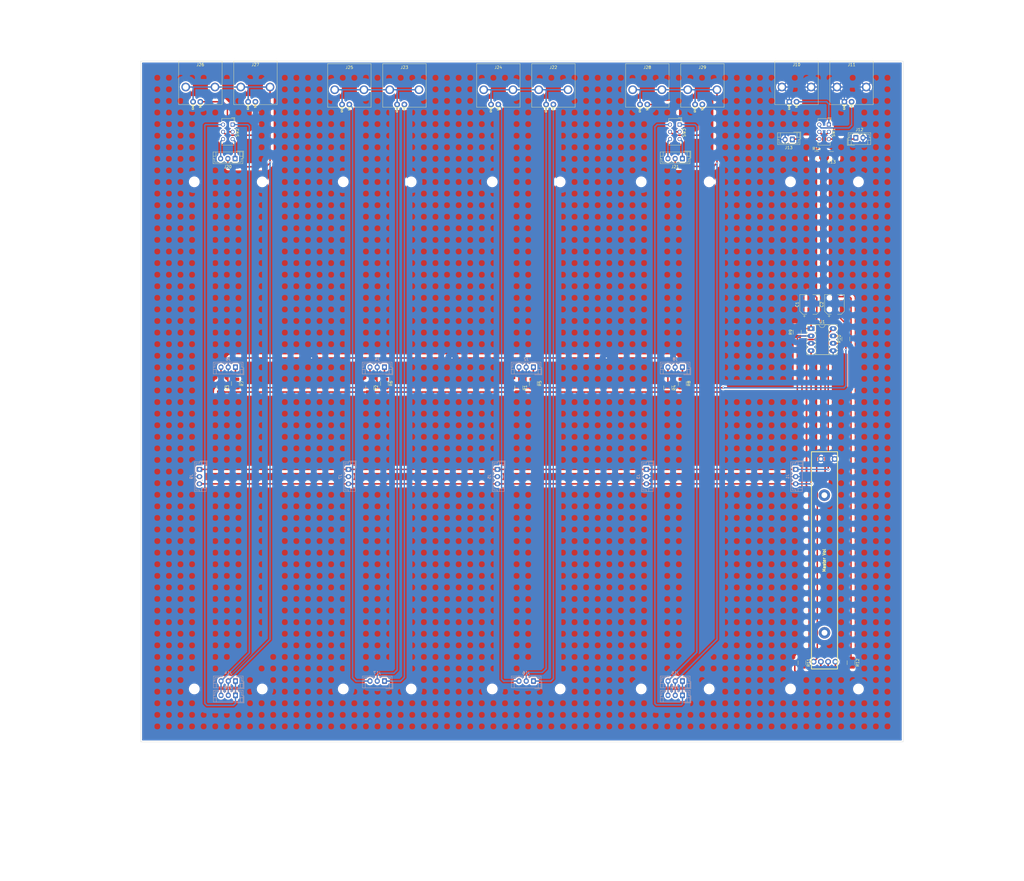
<source format=kicad_pcb>
(kicad_pcb (version 20211014) (generator pcbnew)
  (layers (0 "F.Cu" signal) (31 "B.Cu" signal) (34 "B.Paste" user) (35 "F.Paste" user) (36 "B.SilkS" user "B.Silkscreen") (37 "F.SilkS" user "F.Silkscreen") (38 "B.Mask" user) (39 "F.Mask" user) (44 "Edge.Cuts" user))
  (net 0 "")
  (net 1 "Net-(C1-Pad1)")
  (net 2 "Net-(C1-Pad2)")
  (net 3 "Net-(C2-Pad1)")
  (net 4 "Net-(C2-Pad2)")
  (net 5 "Net-(J1-Pad1)")
  (net 6 "GND")
  (net 7 "Net-(J1-Pad3)")
  (net 8 "R1")
  (net 9 "L1")
  (net 10 "R2")
  (net 11 "L2")
  (net 12 "R3")
  (net 13 "L3")
  (net 14 "R4")
  (net 15 "L4")
  (net 16 "Net-(J10-Pad1)")
  (net 17 "Net-(J11-Pad1)")
  (net 18 "Net-(J12-Pad1)")
  (net 19 "Net-(J13-Pad1)")
  (net 20 "Net-(J14-Pad1)")
  (net 21 "Net-(J14-Pad2)")
  (net 22 "Net-(J14-Pad3)")
  (net 23 "Net-(J15-Pad1)")
  (net 24 "Net-(J15-Pad2)")
  (net 25 "Net-(J15-Pad3)")
  (net 26 "Net-(J16-Pad1)")
  (net 27 "Net-(J16-Pad2)")
  (net 28 "Net-(J16-Pad3)")
  (net 29 "Net-(J17-Pad1)")
  (net 30 "Net-(J17-Pad2)")
  (net 31 "Net-(J17-Pad3)")
  (net 32 "Net-(J20-Pad1)")
  (net 33 "Net-(J20-Pad3)")
  (net 34 "Net-(J21-Pad1)")
  (net 35 "Net-(J21-Pad3)")
  (net 36 "Net-(J26-Pad1)")
  (net 37 "Net-(J27-Pad1)")
  (net 38 "Net-(J28-Pad1)")
  (net 39 "Net-(J29-Pad1)")
  (net 40 "Net-(R1-Pad2)")
  (net 41 "Net-(R10-Pad1)")
  (net 42 "Net-(R11-Pad2)")
  (net 43 "Net-(R12-Pad2)")
  (net 44 "Net-(R13-Pad2)")
  (net 45 "Net-(R14-Pad2)")
  (footprint "MountingHole:MountingHole_2.7mm_M2.5" (layer "F.Cu") (at 188.635 46.44)
    (fp_text reference "REF**" hide)
    (fp_text value "MountingHole_2.7mm_M2.5")
  )
  (footprint "MountingHole:MountingHole_2.7mm_M2.5" (layer "F.Cu") (at 57.825 46.45)
    (fp_text reference "REF**" hide)
    (fp_text value "MountingHole_2.7mm_M2.5")
  )
  (footprint "Capacitor_SMD:CP_Elec_6.3x5.4_Nichicon" (layer "F.Cu") (at 246.79 88.79 90)
    (fp_text reference "C1")
    (fp_text value "10Uf")
  )
  (footprint "Resistor_SMD:R_1210_3225Metric" (layer "F.Cu") (at 146.36 117.566876 -90)
    (fp_text reference "R1")
    (fp_text value "10K")
  )
  (footprint "Resistor_SMD:R_1210_3225Metric" (layer "F.Cu") (at 197.77 117.566876 -90)
    (fp_text reference "R4")
    (fp_text value "10K")
  )
  (footprint "MountingHole:MountingHole_2.7mm_M2.5" (layer "F.Cu") (at 137.215 221.56)
    (fp_text reference "REF**" hide)
    (fp_text value "MountingHole_2.7mm_M2.5")
  )
  (footprint "MountingHole:MountingHole_2.7mm_M2.5" (layer "F.Cu") (at 85.795 221.56)
    (fp_text reference "REF**" hide)
    (fp_text value "MountingHole_2.7mm_M2.5")
  )
  (footprint "MountingHole:MountingHole_2.7mm_M2.5" (layer "F.Cu") (at 188.635 221.56)
    (fp_text reference "REF**" hide)
    (fp_text value "MountingHole_2.7mm_M2.5")
  )
  (footprint "MountingHole:MountingHole_2.7mm_M2.5" (layer "F.Cu") (at 160.665 46.45)
    (fp_text reference "REF**" hide)
    (fp_text value "MountingHole_2.7mm_M2.5")
  )
  (footprint "MountingHole:MountingHole_2.7mm_M2.5" (layer "F.Cu") (at 109.245 46.45)
    (fp_text reference "REF**" hide)
    (fp_text value "MountingHole_2.7mm_M2.5")
  )
  (footprint "Capacitor_SMD:CP_Elec_6.3x5.4_Nichicon" (layer "F.Cu") (at 255.31 88.79 90)
    (fp_text reference "C2")
    (fp_text value "10Uf")
  )
  (footprint "Custom Library:RCA PANEL 2PIN FOOTPRINT" (layer "F.Cu") (at 190.719347 17.185083 -90)
    (fp_text reference "J28")
    (fp_text value "R_RCA")
  )
  (footprint "MountingHole:MountingHole_2.7mm_M2.5" (layer "F.Cu") (at 240.15 46.44)
    (fp_text reference "REF**" hide)
    (fp_text value "MountingHole_2.7mm_M2.5")
  )
  (footprint "Connector_JST:JST_EH_B2B-EH-A_1x02_P2.50mm_Vertical" (layer "F.Cu") (at 240.789347 31.826661 180)
    (fp_text reference "J13")
    (fp_text value "R_Amp")
  )
  (footprint "Resistor_SMD:R_1210_3225Metric" (layer "F.Cu") (at 254.329347 37.3 180)
    (fp_text reference "R13")
    (fp_text value "15K")
  )
  (footprint "MountingHole:MountingHole_2.7mm_M2.5" (layer "F.Cu") (at 263.6 46.45)
    (fp_text reference "REF**" hide)
    (fp_text value "MountingHole_2.7mm_M2.5")
  )
  (footprint "Resistor_SMD:R_1210_3225Metric" (layer "F.Cu") (at 249.149347 37.3)
    (fp_text reference "R14")
    (fp_text value "15K")
  )
  (footprint "MountingHole:MountingHole_2.7mm_M2.5" (layer "F.Cu") (at 34.375 46.44)
    (fp_text reference "REF**" hide)
    (fp_text value "MountingHole_2.7mm_M2.5")
  )
  (footprint "Custom Library:RCA PANEL 2PIN FOOTPRINT" (layer "F.Cu") (at 158.305 17.185083 -90)
    (fp_text reference "J22")
    (fp_text value "R_RCA")
  )
  (footprint "MountingHole:MountingHole_2.7mm_M2.5" (layer "F.Cu") (at 240.15 221.56)
    (fp_text reference "REF**" hide)
    (fp_text value "MountingHole_2.7mm_M2.5")
  )
  (footprint "Resistor_SMD:R_1210_3225Metric" (layer "F.Cu") (at 259.26 100.7 90)
    (fp_text reference "R10")
    (fp_text value "10K")
  )
  (footprint "Resistor_SMD:R_1210_3225Metric" (layer "F.Cu") (at 100 116.095999 -90)
    (fp_text reference "R6")
    (fp_text value "10K")
  )
  (footprint "MountingHole:MountingHole_2.7mm_M2.5" (layer "F.Cu") (at 109.245 221.57)
    (fp_text reference "REF**" hide)
    (fp_text value "MountingHole_2.7mm_M2.5")
  )
  (footprint "MountingHole:MountingHole_2.7mm_M2.5" (layer "F.Cu") (at 137.215 46.44)
    (fp_text reference "REF**" hide)
    (fp_text value "MountingHole_2.7mm_M2.5")
  )
  (footprint "Package_DIP:DIP-8_W7.62mm_Socket_LongPads" (layer "F.Cu") (at 247.25 97.12)
    (fp_text reference "U1")
    (fp_text value "NE5532")
  )
  (footprint "Custom Library:RCA PANEL 2PIN FOOTPRINT" (layer "F.Cu") (at 261.24 16.247941 -90)
    (fp_text reference "J11")
    (fp_text value "R_RCA")
  )
  (footprint "Connector_JST:JST_EH_B2B-EH-A_1x02_P2.50mm_Vertical" (layer "F.Cu") (at 262.689347 31.226661)
    (fp_text reference "J12")
    (fp_text value "L_Amp")
  )
  (footprint "Resistor_SMD:R_1210_3225Metric" (layer "F.Cu") (at 43.53 117.566876 -90)
    (fp_text reference "R3")
    (fp_text value "10K")
  )
  (footprint "MountingHole:MountingHole_2.7mm_M2.5" (layer "F.Cu") (at 85.795 46.44)
    (fp_text reference "REF**" hide)
    (fp_text value "MountingHole_2.7mm_M2.5")
  )
  (footprint "MountingHole:MountingHole_2.7mm_M2.5" (layer "F.Cu") (at 263.6 221.57)
    (fp_text reference "REF**" hide)
    (fp_text value "MountingHole_2.7mm_M2.5")
  )
  (footprint "Custom Library:RCA PANEL 2PIN FOOTPRINT" (layer "F.Cu") (at 55.465 16.247941 -90)
    (fp_text reference "J27")
    (fp_text value "R_RCA")
  )
  (footprint "Custom Library:RCA PANEL 2PIN FOOTPRINT" (layer "F.Cu") (at 139.303694 17.185083 -90)
    (fp_text reference "J24")
    (fp_text value "R_RCA")
  )
  (footprint "MountingHole:MountingHole_2.7mm_M2.5" (layer "F.Cu") (at 57.825 221.57)
    (fp_text reference "REF**" hide)
    (fp_text value "MountingHole_2.7mm_M2.5")
  )
  (footprint "Custom Library:RCA PANEL 2PIN FOOTPRINT" (layer "F.Cu") (at 209.720653 17.185083 -90)
    (fp_text reference "J29")
    (fp_text value "R_RCA")
  )
  (footprint "MountingHole:MountingHole_2.7mm_M2.5" (layer "F.Cu") (at 212.085 46.45)
    (fp_text reference "REF**" hide)
    (fp_text value "MountingHole_2.7mm_M2.5")
  )
  (footprint "Button_Switch_THT:SW_CuK_JS202011CQN_DPDT_Straight" (layer "F.Cu") (at 47.614347 26.676661 -90)
    (fp_text reference "SW2")
    (fp_text value "IN3 SW")
  )
  (footprint "Resistor_SMD:R_1210_3225Metric" (layer "F.Cu") (at 244.11 212.500692 -90)
    (fp_text reference "R11")
    (fp_text value "100")
  )
  (footprint "Button_Switch_THT:SW_CuK_JS202011CQN_DPDT_Straight" (layer "F.Cu") (at 253.389347 26.676661 -90)
    (fp_text reference "SW1")
    (fp_text value "SW_DPDT_x2")
  )
  (footprint "Resistor_SMD:R_1210_3225Metric" (layer "F.Cu") (at 202.83 116.095999 -90)
    (fp_text reference "R8")
    (fp_text value "10K")
  )
  (footprint "Custom Library:RCA PANEL 2PIN FOOTPRINT" (layer "F.Cu") (at 106.885 17.185083 -90)
    (fp_text reference "J23")
    (fp_text value "R_RCA")
  )
  (footprint "Button_Switch_THT:SW_CuK_JS202011CQN_DPDT_Straight" (layer "F.Cu") (at 201.87 26.676661 -90)
    (fp_text reference "SW3")
    (fp_text value "IN4 SW")
  )
  (footprint "Custom Library:RCA PANEL 2PIN FOOTPRINT" (layer "F.Cu") (at 87.883694 17.185083 -90)
    (fp_text reference "J25")
    (fp_text value "R_RCA")
  )
  (footprint "Connector_JST:JST_EH_B3B-EH-A_1x03_P2.50mm_Vertical" (layer "F.Cu") (at 48.464347 38.429105 180)
    (fp_text reference "J20")
    (fp_text value "Phono out1")
  )
  (footprint "MountingHole:MountingHole_2.7mm_M2.5" (layer "F.Cu") (at 34.375 221.56)
    (fp_text reference "REF**" hide)
    (fp_text value "MountingHole_2.7mm_M2.5")
  )
  (footprint "Custom Library:ALPS RS60112" (layer "F.Cu") (at 251.88 177.155692)
    (fp_text reference "RV1" hide)
    (fp_text value "Master Vol")
  )
  (footprint "Resistor_SMD:R_1210_3225Metric" (layer "F.Cu") (at 151.39 116.095999 -90)
    (fp_text reference "R5")
    (fp_text value "10K")
  )
  (footprint "MountingHole:MountingHole_2.7mm_M2.5" (layer "F.Cu") (at 212.085 221.57)
    (fp_text reference "REF**" hide)
    (fp_text value "MountingHole_2.7mm_M2.5")
  )
  (footprint "Resistor_SMD:R_1210_3225Metric" (layer "F.Cu") (at 261.04 212.49 -90)
    (fp_text reference "R12")
    (fp_text value "100")
  )
  (footprint "Connector_JST:JST_EH_B3B-EH-A_1x03_P2.50mm_Vertical" (layer "F.Cu") (at 202.84 38.429105 180)
    (fp_text reference "J21")
    (fp_text value "Phono out2")
  )
  (footprint "Custom Library:RCA PANEL 2PIN FOOTPRINT" (layer "F.Cu") (at 36.463694 16.247941 -90)
    (fp_text reference "J26")
    (fp_text value "R_RCA")
  )
  (footprint "Resistor_SMD:R_1210_3225Metric" (layer "F.Cu") (at 94.94 117.566876 -90)
    (fp_text reference "R2")
    (fp_text value "10K")
  )
  (footprint "Custom Library:RCA PANEL 2PIN FOOTPRINT" (layer "F.Cu") (at 242.238694 16.247941 -90)
    (fp_text reference "J10")
    (fp_text value "L_RCA")
  )
  (footprint "MountingHole:MountingHole_2.7mm_M2.5" (layer "F.Cu") (at 160.665 221.57)
    (fp_text reference "REF**" hide)
    (fp_text value "MountingHole_2.7mm_M2.5")
  )
  (footprint "Resistor_SMD:R_1210_3225Metric" (layer "F.Cu") (at 242.48 98.37 90)
    (fp_text reference "R9")
    (fp_text value "10K")
  )
  (footprint "Resistor_SMD:R_1210_3225Metric" (layer "F.Cu") (at 48.57 116.095999 -90)
    (fp_text reference "R7")
    (fp_text value "10K")
  )
  (footprint "Connector_JST:JST_EH_B3B-EH-A_1x03_P2.50mm_Vertical" (layer "B.Cu") (at 202.865 218.84 180)
    (fp_text reference "J15")
    (fp_text value "IN4")
  )
  (footprint "Connector_JST:JST_EH_B3B-EH-A_1x03_P2.50mm_Vertical" (layer "B.Cu") (at 241.94 145.74 -90)
    (fp_text reference "J1")
    (fp_text value "Power mix")
  )
  (footprint "Connector_JST:JST_EH_B3B-EH-A_1x03_P2.50mm_Vertical" (layer "B.Cu") (at 48.605 223.77 180)
    (fp_text reference "J18")
    (fp_text value "Phono In1")
  )
  (footprint "Connector_JST:JST_EH_B3B-EH-A_1x03_P2.50mm_Vertical" (layer "B.Cu") (at 190.425 145.74 -90)
    (fp_text reference "J3")
    (fp_text value "Power1")
  )
  (footprint "Connector_JST:JST_EH_B3B-EH-A_1x03_P2.50mm_Vertical" (layer "B.Cu") (at 151.445 218.84 180)
    (fp_text reference "J16")
    (fp_text value "IN1")
  )
  (footprint "Connector_JST:JST_EH_B3B-EH-A_1x03_P2.50mm_Vertical" (layer "B.Cu") (at 100.005 110.45187 180)
    (fp_text reference "J4")
    (fp_text value "OUT2")
  )
  (footprint "Connector_JST:JST_EH_B3B-EH-A_1x03_P2.50mm_Vertical" (layer "B.Cu") (at 151.425 110.45187 180)
    (fp_text reference "J2")
    (fp_text value "OUT1")
  )
  (footprint "Connector_JST:JST_EH_B3B-EH-A_1x03_P2.50mm_Vertical" (layer "B.Cu") (at 100.025 218.84 180)
    (fp_text reference "J17")
    (fp_text value "IN2")
  )
  (footprint "Connector_JST:JST_EH_B3B-EH-A_1x03_P2.50mm_Vertical" (layer "B.Cu") (at 87.585 145.74 -90)
    (fp_text reference "J7")
    (fp_text value "Power3")
  )
  (footprint "Connector_JST:JST_EH_B3B-EH-A_1x03_P2.50mm_Vertical" (layer "B.Cu") (at 202.865 223.77 180)
    (fp_text reference "J19")
    (fp_text value "Phono In2")
  )
  (footprint "Connector_JST:JST_EH_B3B-EH-A_1x03_P2.50mm_Vertical" (layer "B.Cu") (at 139.005 145.74 -90)
    (fp_text reference "J5")
    (fp_text value "Power2")
  )
  (footprint "Connector_JST:JST_EH_B3B-EH-A_1x03_P2.50mm_Vertical" (layer "B.Cu") (at 36.165 145.74 -90)
    (fp_text reference "J9")
    (fp_text value "Power4")
  )
  (footprint "Connector_JST:JST_EH_B3B-EH-A_1x03_P2.50mm_Vertical" (layer "B.Cu") (at 48.605 218.84 180)
    (fp_text reference "J14")
    (fp_text value "IN3")
  )
  (footprint "Connector_JST:JST_EH_B3B-EH-A_1x03_P2.50mm_Vertical" (layer "B.Cu") (at 48.585 110.45187 180)
    (fp_text reference "J6")
    (fp_text value "OUT3")
  )
  (footprint "Connector_JST:JST_EH_B3B-EH-A_1x03_P2.50mm_Vertical" (layer "B.Cu") (at 202.84 110.45 180)
    (fp_text reference "J8")
    (fp_text value "OUT4")
  )
  (gr_rect (start 279.04 4.74) (end 15.85 239.86) (layer "Edge.Cuts") (width 0.1) (fill none))
  (segment (start 246.79 91.49) (end 247.25 91.95) (width 0.508) (layer "F.Cu") (net 1))
  (segment (start 247.25 97.12) (end 242.6925 97.12) (width 0.508) (layer "F.Cu") (net 1))
  (segment (start 242.6925 97.12) (end 242.48 96.9075) (width 0.508) (layer "F.Cu") (net 1))
  (segment (start 247.25 91.95) (end 247.25 97.12) (width 0.508) (layer "F.Cu") (net 1))
  (segment (start 248.43648 100.91352) (end 249.22 100.13) (width 0.508) (layer "F.Cu") (net 2))
  (segment (start 246.84 86.04) (end 246.79 86.09) (width 0.508) (layer "F.Cu") (net 2))
  (segment (start 249.22 100.13) (end 249.22 86.44) (width 0.508) (layer "F.Cu") (net 2))
  (segment (start 244.11 101.68) (end 244.87648 100.91352) (width 0.508) (layer "F.Cu") (net 2))
  (segment (start 244.87648 100.91352) (end 248.43648 100.91352) (width 0.508) (layer "F.Cu") (net 2))
  (segment (start 244.11 211.038192) (end 244.11 101.68) (width 0.508) (layer "F.Cu") (net 2))
  (segment (start 249.22 86.44) (end 248.82 86.04) (width 0.508) (layer "F.Cu") (net 2))
  (segment (start 248.82 86.04) (end 246.84 86.04) (width 0.508) (layer "F.Cu") (net 2))
  (segment (start 258.8375 99.66) (end 259.26 99.2375) (width 0.508) (layer "F.Cu") (net 3))
  (segment (start 254.87 99.66) (end 258.8375 99.66) (width 0.508) (layer "F.Cu") (net 3))
  (segment (start 259.26 99.2375) (end 259.26 95.44) (width 0.508) (layer "F.Cu") (net 3))
  (segment (start 256.52352 92.70352) (end 255.31 91.49) (width 0.508) (layer "F.Cu") (net 3))
  (segment (start 259.26 95.44) (end 255.31 91.49) (width 0.508) (layer "F.Cu") (net 3))
  (segment (start 261.03852 86.67852) (end 261.03852 211.02602) (width 0.508) (layer "F.Cu") (net 4))
  (segment (start 255.31 86.09) (end 260.45 86.09) (width 0.508) (layer "F.Cu") (net 4))
  (segment (start 261.03852 211.02602) (end 261.04 211.0275) (width 0.508) (layer "F.Cu") (net 4))
  (segment (start 260.45 86.09) (end 261.03852 86.67852) (width 0.508) (layer "F.Cu") (net 4))
  (segment (start 254.87 97.12) (end 253.16 98.83) (width 0.508) (layer "F.Cu") (net 5))
  (segment (start 139.005 145.74) (end 190.425 145.74) (width 0.508) (layer "F.Cu") (net 5))
  (segment (start 36.165 145.74) (end 87.585 145.74) (width 0.508) (layer "F.Cu") (net 5))
  (segment (start 190.425 145.74) (end 240.51148 145.74) (width 0.508) (layer "F.Cu") (net 5))
  (segment (start 253.16 98.83) (end 253.16 145.75) (width 0.508) (layer "F.Cu") (net 5))
  (segment (start 139.005 145.74) (end 87.585 145.74) (width 0.508) (layer "F.Cu") (net 5))
  (via (at 253.16 145.75) (size 0.8) (drill 0.4) (layers "F.Cu" "B.Cu") (net 5))
  (segment (start 253.16 145.75) (end 241.95 145.75) (width 0.508) (layer "B.Cu") (net 5))
  (segment (start 241.95 145.75) (end 241.94 145.74) (width 0.508) (layer "B.Cu") (net 5))
  (segment (start 47.02 107.28) (end 46.085 108.215) (width 0.508) (layer "F.Cu") (net 6))
  (segment (start 200.34 107.78) (end 199.84 107.28) (width 0.508) (layer "F.Cu") (net 6))
  (segment (start 74.85 107.28) (end 47.02 107.28) (width 0.508) (layer "F.Cu") (net 6))
  (segment (start 176.61 107.28) (end 148.99 107.28) (width 0.508) (layer "F.Cu") (net 6))
  (segment (start 200.34 110.45) (end 200.34 107.78) (width 0.508) (layer "F.Cu") (net 6))
  (segment (start 46.085 108.215) (end 46.085 110.45187) (width 0.508) (layer "F.Cu") (net 6))
  (segment (start 97.51 107.28) (end 74.85 107.28) (width 0.508) (layer "F.Cu") (net 6))
  (segment (start 123.31 107.28) (end 97.51 107.28) (width 0.508) (layer "F.Cu") (net 6))
  (segment (start 148.925 110.45187) (end 148.925 107.345) (width 0.508) (layer "F.Cu") (net 6))
  (segment (start 199.84 107.28) (end 176.61 107.28) (width 0.508) (layer "F.Cu") (net 6))
  (segment (start 148.925 107.345) (end 148.99 107.28) (width 0.508) (layer "F.Cu") (net 6))
  (segment (start 97.505 107.285) (end 97.51 107.28) (width 0.508) (layer "F.Cu") (net 6))
  (segment (start 148.99 107.28) (end 123.31 107.28) (width 0.508) (layer "F.Cu") (net 6))
  (segment (start 97.505 110.45187) (end 97.505 107.285) (width 0.508) (layer "F.Cu") (net 6))
  (via (at 123.31 107.28) (size 0.8) (drill 0.4) (layers "F.Cu" "B.Cu") (net 6))
  (via (at 176.61 107.28) (size 0.8) (drill 0.4) (layers "F.Cu" "B.Cu") (net 6))
  (via (at 74.85 107.28) (size 0.8) (drill 0.4) (layers "F.Cu" "B.Cu") (net 6))
  (segment (start 266.29 13.697941) (end 258.547941 13.697941) (width 0.508) (layer "B.Cu") (net 6))
  (segment (start 258.547941 13.697941) (end 239.592059 13.697941) (width 0.508) (layer "B.Cu") (net 6))
  (segment (start 239.738694 18.797941) (end 239.738694 13.844576) (width 0.508) (layer "B.Cu") (net 6))
  (segment (start 239.738694 13.844576) (end 239.592059 13.697941) (width 0.508) (layer "B.Cu") (net 6))
  (segment (start 239.592059 13.697941) (end 237.188694 13.697941) (width 0.508) (layer "B.Cu") (net 6))
  (segment (start 258.74 18.797941) (end 258.74 13.89) (width 0.508) (layer "B.Cu") (net 6))
  (segment (start 258.74 13.89) (end 258.547941 13.697941) (width 0.508) (layer "B.Cu") (net 6))
  (segment (start 241.94 150.74) (end 36.165 150.74) (width 0.508) (layer "F.Cu") (net 7))
  (segment (start 247.25 104.74) (end 247.25 150.73) (width 0.508) (layer "F.Cu") (net 7))
  (via (at 247.25 150.73) (size 0.8) (drill 0.4) (layers "F.Cu" "B.Cu") (net 7))
  (segment (start 247.24 150.74) (end 241.94 150.74) (width 0.508) (layer "B.Cu") (net 7))
  (segment (start 247.25 150.73) (end 247.24 150.74) (width 0.508) (layer "B.Cu") (net 7))
  (segment (start 151.39 110.48687) (end 151.425 110.45187) (width 0.508) (layer "F.Cu") (net 8))
  (segment (start 151.39 114.633499) (end 151.39 110.48687) (width 0.508) (layer "F.Cu") (net 8))
  (segment (start 146.36 116.104376) (end 146.425 116.039376) (width 0.508) (layer "F.Cu") (net 9))
  (segment (start 146.425 116.039376) (end 146.425 110.45187) (width 0.508) (layer "F.Cu") (net 9))
  (segment (start 100 114.633499) (end 100 110.45687) (width 0.508) (layer "F.Cu") (net 10))
  (segment (start 100 110.45687) (end 100.005 110.45187) (width 0.508) (layer "F.Cu") (net 10))
  (segment (start 95.005 116.039376) (end 95.005 110.45187) (width 0.508) (layer "F.Cu") (net 11))
  (segment (start 94.94 116.104376) (end 95.005 116.039376) (width 0.508) (layer "F.Cu") (net 11))
  (segment (start 48.57 110.46687) (end 48.585 110.45187) (width 0.508) (layer "F.Cu") (net 12))
  (segment (start 48.57 114.633499) (end 48.57 110.46687) (width 0.508) (layer "F.Cu") (net 12))
  (segment (start 43.585 116.049376) (end 43.585 110.45187) (width 0.508) (layer "F.Cu") (net 13))
  (segment (start 43.53 116.104376) (end 43.585 116.049376) (width 0.508) (layer "F.Cu") (net 13))
  (segment (start 202.84 110.45) (end 202.84 114.623499) (width 0.508) (layer "F.Cu") (net 14))
  (segment (start 202.84 114.623499) (end 202.83 114.633499) (width 0.508) (layer "F.Cu") (net 14))
  (segment (start 197.84 116.034376) (end 197.84 110.45) (width 0.508) (layer "F.Cu") (net 15))
  (segment (start 197.77 116.104376) (end 197.84 116.034376) (width 0.508) (layer "F.Cu") (net 15))
  (segment (start 252.597941 18.797941) (end 253.389347 19.589347) (width 0.508) (layer "B.Cu") (net 16))
  (segment (start 253.389347 19.589347) (end 253.389347 26.676661) (width 0.508) (layer "B.Cu") (net 16))
  (segment (start 242.238694 18.797941) (end 252.597941 18.797941) (width 0.508) (layer "B.Cu") (net 16))
  (segment (start 261.24 26.87) (end 260.279828 27.830172) (width 0.508) (layer "B.Cu") (net 17))
  (segment (start 260.279828 27.830172) (end 250.710172 27.830172) (width 0.508) (layer "B.Cu") (net 17))
  (segment (start 250.710172 27.830172) (end 250.089347 27.209347) (width 0.508) (layer "B.Cu") (net 17))
  (segment (start 261.24 18.797941) (end 261.24 26.87) (width 0.508) (layer "B.Cu") (net 17))
  (segment (start 250.089347 27.209347) (end 250.089347 26.676661) (width 0.508) (layer "B.Cu") (net 17))
  (segment (start 262.239347 31.676661) (end 253.389347 31.676661) (width 0.508) (layer "F.Cu") (net 18))
  (segment (start 262.689347 31.226661) (end 262.239347 31.676661) (width 0.508) (layer "F.Cu") (net 18))
  (segment (start 240.789347 31.826661) (end 240.939347 31.676661) (width 0.508) (layer "F.Cu") (net 19))
  (segment (start 240.939347 31.676661) (end 250.089347 31.676661) (width 0.508) (layer "F.Cu") (net 19))
  (segment (start 44.314347 26.676661) (end 38.263339 26.676661) (width 0.508) (layer "B.Cu") (net 20))
  (segment (start 47.9 227.22) (end 48.605 226.515) (width 0.508) (layer "B.Cu") (net 20))
  (segment (start 48.605 223.77) (end 48.605 218.84) (width 0.508) (layer "B.Cu") (net 20))
  (segment (start 38.02 226.51) (end 38.73 227.22) (width 0.508) (layer "B.Cu") (net 20))
  (segment (start 48.605 226.515) (end 48.605 223.77) (width 0.508) (layer "B.Cu") (net 20))
  (segment (start 38.73 227.22) (end 47.9 227.22) (width 0.508) (layer "B.Cu") (net 20))
  (segment (start 38.263339 26.676661) (end 38.02 26.92) (width 0.508) (layer "B.Cu") (net 20))
  (segment (start 38.02 213.99) (end 38.02 226.51) (width 0.508) (layer "B.Cu") (net 20))
  (segment (start 38.02 26.92) (end 38.02 213.99) (width 0.508) (layer "B.Cu") (net 20))
  (segment (start 60.515 39.935) (end 60.515 39.555) (width 0.508) (layer "F.Cu") (net 21))
  (segment (start 46.27 41.25) (end 59.2 41.25) (width 0.508) (layer "F.Cu") (net 21))
  (segment (start 45.964347 40.944347) (end 46.27 41.25) (width 0.508) (layer "F.Cu") (net 21))
  (segment (start 60.515 39.555) (end 60.515 13.697941) (width 0.508) (layer "F.Cu") (net 21))
  (segment (start 59.2 41.25) (end 60.515 39.935) (width 0.508) (layer "F.Cu") (net 21))
  (segment (start 45.964347 38.429105) (end 45.964347 40.944347) (width 0.508) (layer "F.Cu") (net 21))
  (via (at 60.515 39.555) (size 0.8) (drill 0.4) (layers "F.Cu" "B.Cu") (net 21))
  (segment (start 52.965 13.965) (end 52.697941 13.697941) (width 0.508) (layer "B.Cu") (net 21))
  (segment (start 33.963694 18.797941) (end 33.963694 13.746306) (width 0.508) (layer "B.Cu") (net 21))
  (segment (start 60.515 39.555) (end 60.515 204.465) (width 0.508) (layer "B.Cu") (net 21))
  (segment (start 33.963694 13.746306) (end 34.012059 13.697941) (width 0.508) (layer "B.Cu") (net 21))
  (segment (start 34.012059 13.697941) (end 31.413694 13.697941) (width 0.508) (layer "B.Cu") (net 21))
  (segment (start 60.515 13.697941) (end 52.697941 13.697941) (width 0.508) (layer "B.Cu") (net 21))
  (segment (start 47.53352 217.41148) (end 47.56852 217.41148) (width 0.508) (layer "B.Cu") (net 21))
  (segment (start 52.697941 13.697941) (end 34.012059 13.697941) (width 0.508) (layer "B.Cu") (net 21))
  (segment (start 47.56852 217.41148) (end 60.515 204.465) (width 0.508) (layer "B.Cu") (net 21))
  (segment (start 46.105 223.77) (end 46.105 218.84) (width 0.508) (layer "B.Cu") (net 21))
  (segment (start 52.965 18.797941) (end 52.965 13.965) (width 0.508) (layer "B.Cu") (net 21))
  (segment (start 46.105 218.84) (end 47.53352 217.41148) (width 0.508) (layer "B.Cu") (net 21))
  (segment (start 43.61 218.84) (end 53.38 209.07) (width 0.508) (layer "B.Cu") (net 22))
  (segment (start 53.38 27.23) (end 53.38 209.07) (width 0.508) (layer "B.Cu") (net 22))
  (segment (start 43.605 223.77) (end 43.605 218.84) (width 0.508) (layer "B.Cu") (net 22))
  (segment (start 43.605 218.84) (end 43.61 218.84) (width 0.508) (layer "B.Cu") (net 22))
  (segment (start 52.826661 26.676661) (end 53.38 27.23) (width 0.508) (layer "B.Cu") (net 22))
  (segment (start 47.614347 26.676661) (end 52.826661 26.676661) (width 0.508) (layer "B.Cu") (net 22))
  (segment (start 193.35 226.58) (end 193.86 227.09) (width 0.508) (layer "B.Cu") (net 23))
  (segment (start 198.71 26.676661) (end 194.153339 26.676661) (width 0.508) (layer "B.Cu") (net 23))
  (segment (start 193.86 227.09) (end 202.46 227.09) (width 0.508) (layer "B.Cu") (net 23))
  (segment (start 193.35 27.48) (end 193.35 226.58) (width 0.508) (layer "B.Cu") (net 23))
  (segment (start 202.865 226.685) (end 202.865 223.77) (width 0.508) (layer "B.Cu") (net 23))
  (segment (start 202.46 227.09) (end 202.865 226.685) (width 0.508) (layer "B.Cu") (net 23))
  (segment (start 202.865 223.77) (end 202.865 218.84) (width 0.508) (layer "B.Cu") (net 23))
  (segment (start 194.153339 26.676661) (end 193.35 27.48) (width 0.508) (layer "B.Cu") (net 23))
  (segment (start 200.34 38.429105) (end 200.34 40.85) (width 0.508) (layer "F.Cu") (net 24))
  (segment (start 213.64 41.11) (end 214.775 39.975) (width 0.508) (layer "F.Cu") (net 24))
  (segment (start 200.6 41.11) (end 213.64 41.11) (width 0.508) (layer "F.Cu") (net 24))
  (segment (start 200.34 40.85) (end 200.6 41.11) (width 0.508) (layer "F.Cu") (net 24))
  (segment (start 214.775 39.975) (end 214.775 14.635083) (width 0.508) (layer "F.Cu") (net 24))
  (via (at 214.775 39.975) (size 0.8) (drill 0.4) (layers "F.Cu" "B.Cu") (net 24))
  (segment (start 188.115083 14.635083) (end 185.673694 14.635083) (width 0.508) (layer "B.Cu") (net 24))
  (segment (start 207.225 14.635166) (end 207.224917 14.635083) (width 0.508) (layer "B.Cu") (net 24))
  (segment (start 214.775 14.635083) (end 207.224917 14.635083) (width 0.508) (layer "B.Cu") (net 24))
  (segment (start 188.223694 19.735083) (end 188.223694 14.743694) (width 0.508) (layer "B.Cu") (net 24))
  (segment (start 207.224917 14.635083) (end 188.115083 14.635083) (width 0.508) (layer "B.Cu") (net 24))
  (segment (start 207.225 19.735083) (end 207.225 14.635166) (width 0.508) (layer "B.Cu") (net 24))
  (segment (start 214.775 204.43) (end 200.365 218.84) (width 0.508) (layer "B.Cu") (net 24))
  (segment (start 188.223694 14.743694) (end 188.115083 14.635083) (width 0.508) (layer "B.Cu") (net 24))
  (segment (start 200.365 223.77) (end 200.365 218.84) (width 0.508) (layer "B.Cu") (net 24))
  (segment (start 214.775 39.975) (end 214.775 204.43) (width 0.508) (layer "B.Cu") (net 24))
  (segment (start 202.01 26.676661) (end 207.146661 26.676661) (width 0.508) (layer "B.Cu") (net 25))
  (segment (start 197.865 223.77) (end 197.865 218.84) (width 0.508) (layer "B.Cu") (net 25))
  (segment (start 207.146661 26.676661) (end 207.83 27.36) (width 0.508) (layer "B.Cu") (net 25))
  (segment (start 207.83 208.875) (end 197.865 218.84) (width 0.508) (layer "B.Cu") (net 25))
  (segment (start 207.83 27.36) (end 207.83 208.875) (width 0.508) (layer "B.Cu") (net 25))
  (segment (start 158.305 19.735083) (end 158.305 217.995) (width 0.508) (layer "B.Cu") (net 26))
  (segment (start 157.46 218.84) (end 151.445 218.84) (width 0.508) (layer "B.Cu") (net 26))
  (segment (start 158.305 217.995) (end 157.46 218.84) (width 0.508) (layer "B.Cu") (net 26))
  (segment (start 136.595083 14.635083) (end 156.004917 14.635083) (width 0.508) (layer "B.Cu") (net 27))
  (segment (start 155.805 19.735083) (end 155.805 214.535) (width 0.508) (layer "B.Cu") (net 27))
  (segment (start 154.47 215.87) (end 149.83 215.87) (width 0.508) (layer "B.Cu") (net 27))
  (segment (start 134.253694 14.635083) (end 136.595083 14.635083) (width 0.508) (layer "B.Cu") (net 27))
  (segment (start 155.805 19.735083) (end 155.805 14.835) (width 0.508) (layer "B.Cu") (net 27))
  (segment (start 149.83 215.87) (end 148.945 216.755) (width 0.508) (layer "B.Cu") (net 27))
  (segment (start 136.803694 19.735083) (end 136.803694 14.843694) (width 0.508) (layer "B.Cu") (net 27))
  (segment (start 155.805 214.535) (end 154.47 215.87) (width 0.508) (layer "B.Cu") (net 27))
  (segment (start 136.803694 14.843694) (end 136.595083 14.635083) (width 0.508) (layer "B.Cu") (net 27))
  (segment (start 148.945 216.755) (end 148.945 218.84) (width 0.508) (layer "B.Cu") (net 27))
  (segment (start 155.805 14.835) (end 156.004917 14.635083) (width 0.508) (layer "B.Cu") (net 27))
  (segment (start 156.004917 14.635083) (end 163.355 14.635083) (width 0.508) (layer "B.Cu") (net 27))
  (segment (start 141.21 218.84) (end 146.445 218.84) (width 0.508) (layer "B.Cu") (net 28))
  (segment (start 140.43352 20.864909) (end 140.43352 218.16352) (width 0.508) (layer "B.Cu") (net 28))
  (segment (start 140.43352 218.16352) (end 141.16 218.89) (width 0.508) (layer "B.Cu") (net 28))
  (segment (start 139.303694 19.735083) (end 140.43352 20.864909) (width 0.508) (layer "B.Cu") (net 28))
  (segment (start 141.16 218.89) (end 141.21 218.84) (width 0.508) (layer "B.Cu") (net 28))
  (segment (start 106.885 19.735083) (end 106.885 217.515) (width 0.508) (layer "B.Cu") (net 29))
  (segment (start 106.885 217.515) (end 105.56 218.84) (width 0.508) (layer "B.Cu") (net 29))
  (segment (start 105.56 218.84) (end 100.025 218.84) (width 0.508) (layer "B.Cu") (net 29))
  (segment (start 104.385 215.015) (end 103.28 216.12) (width 0.508) (layer "B.Cu") (net 30))
  (segment (start 104.385 19.735083) (end 104.385 14.785166) (width 0.508) (layer "B.Cu") (net 30))
  (segment (start 104.385 14.785166) (end 104.234917 14.635083) (width 0.508) (layer "B.Cu") (net 30))
  (segment (start 97.525 216.825) (end 97.525 218.84) (width 0.508) (layer "B.Cu") (net 30))
  (segment (start 104.385 19.735083) (end 104.385 215.015) (width 0.508) (layer "B.Cu") (net 30))
  (segment (start 85.355083 14.635083) (end 104.234917 14.635083) (width 0.508) (layer "B.Cu") (net 30))
  (segment (start 82.833694 14.635083) (end 85.355083 14.635083) (width 0.508) (layer "B.Cu") (net 30))
  (segment (start 85.383694 14.663694) (end 85.355083 14.635083) (width 0.508) (layer "B.Cu") (net 30))
  (segment (start 103.28 216.12) (end 98.23 216.12) (width 0.508) (layer "B.Cu") (net 30))
  (segment (start 104.234917 14.635083) (end 111.935 14.635083) (width 0.508) (layer "B.Cu") (net 30))
  (segment (start 85.383694 19.735083) (end 85.383694 14.663694) (width 0.508) (layer "B.Cu") (net 30))
  (segment (start 98.23 216.12) (end 97.525 216.825) (width 0.508) (layer "B.Cu") (net 30))
  (segment (start 89.01352 217.67352) (end 90.18 218.84) (width 0.508) (layer "B.Cu") (net 31))
  (segment (start 87.883694 19.735083) (end 89.01352 20.864909) (width 0.508) (layer "B.Cu") (net 31))
  (segment (start 89.01352 20.864909) (end 89.01352 217.67352) (width 0.508) (layer "B.Cu") (net 31))
  (segment (start 90.18 218.84) (end 95.025 218.84) (width 0.508) (layer "B.Cu") (net 31))
  (segment (start 48.464347 38.429105) (end 48.464347 32.526661) (width 0.508) (layer "B.Cu") (net 32))
  (segment (start 48.464347 32.526661) (end 47.614347 31.676661) (width 0.508) (layer "B.Cu") (net 32))
  (segment (start 43.464347 32.526661) (end 44.314347 31.676661) (width 0.508) (layer "B.Cu") (net 33))
  (segment (start 43.464347 38.429105) (end 43.464347 32.526661) (width 0.508) (layer "B.Cu") (net 33))
  (segment (start 202.84 32.506661) (end 202.01 31.676661) (width 0.508) (layer "B.Cu") (net 34))
  (segment (start 202.84 38.429105) (end 202.84 32.506661) (width 0.508) (layer "B.Cu") (net 34))
  (segment (start 197.84 38.429105) (end 197.84 32.546661) (width 0.508) (layer "B.Cu") (net 35))
  (segment (start 197.84 32.546661) (end 198.71 31.676661) (width 0.508) (layer "B.Cu") (net 35))
  (segment (start 45.81 20.34) (end 45.81 28.74) (width 0.508) (layer "F.Cu") (net 36))
  (segment (start 44.267941 18.797941) (end 45.81 20.34) (width 0.508) (layer "F.Cu") (net 36))
  (segment (start 45.81 28.74) (end 46.28 29.21) (width 0.508) (layer "F.Cu") (net 36))
  (segment (start 36.463694 18.797941) (end 44.267941 18.797941) (width 0.508) (layer "F.Cu") (net 36))
  (segment (start 46.313339 29.176661) (end 47.614347 29.176661) (width 0.508) (layer "F.Cu") (net 36))
  (segment (start 46.28 29.21) (end 46.313339 29.176661) (width 0.508) (layer "F.Cu") (net 36))
  (segment (start 45.387686 30.25) (end 44.314347 29.176661) (width 0.508) (layer "F.Cu") (net 37))
  (segment (start 45.580172 30.330172) (end 45.5 30.25) (width 0.508) (layer "F.Cu") (net 37))
  (segment (start 55.465 18.797941) (end 55.465 29.085) (width 0.508) (layer "F.Cu") (net 37))
  (segment (start 54.219828 30.330172) (end 45.580172 30.330172) (width 0.508) (layer "F.Cu") (net 37))
  (segment (start 45.5 30.25) (end 45.387686 30.25) (width 0.508) (layer "F.Cu") (net 37))
  (segment (start 55.465 29.085) (end 54.219828 30.330172) (width 0.508) (layer "F.Cu") (net 37))
  (segment (start 190.723694 19.735083) (end 199.495083 19.735083) (width 0.508) (layer "F.Cu") (net 38))
  (segment (start 202.01 29.176661) (end 200.566661 29.176661) (width 0.508) (layer "F.Cu") (net 38))
  (segment (start 200.42 29.03) (end 200.42 20.66) (width 0.508) (layer "F.Cu") (net 38))
  (segment (start 199.495083 19.735083) (end 200.42 20.66) (width 0.508) (layer "F.Cu") (net 38))
  (segment (start 200.566661 29.176661) (end 200.42 29.03) (width 0.508) (layer "F.Cu") (net 38))
  (segment (start 199.863511 30.330172) (end 208.459828 30.330172) (width 0.508) (layer "F.Cu") (net 39))
  (segment (start 208.459828 30.330172) (end 209.725 29.065) (width 0.508) (layer "F.Cu") (net 39))
  (segment (start 198.71 29.176661) (end 199.863511 30.330172) (width 0.508) (layer "F.Cu") (net 39))
  (segment (start 209.725 29.065) (end 209.725 19.735083) (width 0.508) (layer "F.Cu") (net 39))
  (segment (start 242.6525 99.66) (end 242.48 99.8325) (width 0.508) (layer "F.Cu") (net 40))
  (segment (start 242.5 119.02) (end 242.5 100.18) (width 0.508) (layer "F.Cu") (net 40))
  (segment (start 197.77 119.029376) (end 242.490624 119.029376) (width 0.508) (layer "F.Cu") (net 40))
  (segment (start 242.490624 119.029376) (end 242.5 119.02) (width 0.508) (layer "F.Cu") (net 40))
  (segment (start 247.25 99.66) (end 242.6525 99.66) (width 0.508) (layer "F.Cu") (net 40))
  (segment (start 43.53 119.029376) (end 197.77 119.029376) (width 0.508) (layer "F.Cu") (net 40))
  (segment (start 243.02 99.66) (end 247.25 99.66) (width 0.508) (layer "B.Cu") (net 40))
  (segment (start 242.5 100.18) (end 243.02 99.66) (width 0.508) (layer "B.Cu") (net 40))
  (segment (start 259.2225 102.2) (end 259.26 102.1625) (width 0.508) (layer "F.Cu") (net 41))
  (segment (start 259.26 104.35) (end 259.26 102.1625) (width 0.508) (layer "F.Cu") (net 41))
  (segment (start 202.83 117.558499) (end 216.951501 117.558499) (width 0.508) (layer "F.Cu") (net 41))
  (segment (start 100 117.558499) (end 151.39 117.558499) (width 0.508) (layer "F.Cu") (net 41))
  (segment (start 254.87 102.2) (end 259.2225 102.2) (width 0.508) (layer "F.Cu") (net 41))
  (segment (start 48.57 117.558499) (end 100 117.558499) (width 0.508) (layer "F.Cu") (net 41))
  (segment (start 151.39 117.558499) (end 202.83 117.558499) (width 0.508) (layer "F.Cu") (net 41))
  (via (at 216.951501 117.558499) (size 0.8) (drill 0.4) (layers "F.Cu" "B.Cu") (net 41))
  (via (at 259.26 104.35) (size 0.8) (drill 0.4) (layers "F.Cu" "B.Cu") (net 41))
  (segment (start 259.26 116.88) (end 259.26 104.35) (width 0.508) (layer "B.Cu") (net 41))
  (segment (start 216.951501 117.558499) (end 258.581501 117.558499) (width 0.508) (layer "B.Cu") (net 41))
  (segment (start 258.581501 117.558499) (end 259.26 116.88) (width 0.508) (layer "B.Cu") (net 41))
  (segment (start 250.186808 213.963192) (end 250.63 213.52) (width 0.508) (layer "F.Cu") (net 42))
  (segment (start 250.63 213.52) (end 250.63 212.155692) (width 0.508) (layer "F.Cu") (net 42))
  (segment (start 244.11 213.963192) (end 250.186808 213.963192) (width 0.508) (layer "F.Cu") (net 42))
  (segment (start 261.029308 213.963192) (end 261.04 213.9525) (width 0.508) (layer "F.Cu") (net 43))
  (segment (start 255.63 213.57) (end 256.023192 213.963192) (width 0.508) (layer "F.Cu") (net 43))
  (segment (start 256.023192 213.963192) (end 261.029308 213.963192) (width 0.508) (layer "F.Cu") (net 43))
  (segment (start 255.63 212.155692) (end 255.63 213.57) (width 0.508) (layer "F.Cu") (net 43))
  (segment (start 249.386489 152.570533) (end 249.386489 210.899203) (width 0.508) (layer "F.Cu") (net 44))
  (segment (start 252.083511 149.873511) (end 249.386489 152.570533) (width 0.508) (layer "F.Cu") (net 44))
  (segment (start 252.083511 39.543511) (end 252.866847 38.760175) (width 0.508) (layer "F.Cu") (net 44))
  (segment (start 252.235836 30.330172) (end 252.235836 36.668989) (width 0.508) (layer "F.Cu") (net 44))
  (segment (start 252.235836 36.668989) (end 252.866847 37.3) (width 0.508) (layer "F.Cu") (net 44))
  (segment (start 252.866847 38.760175) (end 252.866847 37.3) (width 0.508) (layer "F.Cu") (net 44))
  (segment (start 252.083511 39.543511) (end 252.083511 149.873511) (width 0.508) (layer "F.Cu") (net 44))
  (segment (start 253.389347 29.176661) (end 252.235836 30.330172) (width 0.508) (layer "F.Cu") (net 44))
  (segment (start 249.386489 210.899203) (end 248.13 212.155692) (width 0.508) (layer "F.Cu") (net 44))
  (segment (start 251.242858 36.668989) (end 250.611847 37.3) (width 0.508) (layer "F.Cu") (net 45))
  (segment (start 253.13 212.155692) (end 253.13 215.23) (width 0.508) (layer "F.Cu") (net 45))
  (segment (start 252.63 215.73) (end 242.13 215.73) (width 0.508) (layer "F.Cu") (net 45))
  (segment (start 246.55 153.21) (end 249.176489 150.583511) (width 0.508) (layer "F.Cu") (net 45))
  (segment (start 246.55 211.85) (end 246.55 153.21) (width 0.508) (layer "F.Cu") (net 45))
  (segment (start 246.09 212.31) (end 246.55 211.85) (width 0.508) (layer "F.Cu") (net 45))
  (segment (start 242.13 215.73) (end 241.63 215.23) (width 0.508) (layer "F.Cu") (net 45))
  (segment (start 250.089347 29.176661) (end 251.242858 30.330172) (width 0.508) (layer "F.Cu") (net 45))
  (segment (start 249.176489 150.583511) (end 249.176489 141.553627) (width 0.508) (layer "F.Cu") (net 45))
  (segment (start 242.05 212.31) (end 246.09 212.31) (width 0.508) (layer "F.Cu") (net 45))
  (segment (start 250.611847 140.118269) (end 250.611847 37.3) (width 0.508) (layer "F.Cu") (net 45))
  (segment (start 241.63 212.73) (end 242.05 212.31) (width 0.508) (layer "F.Cu") (net 45))
  (segment (start 249.176489 141.553627) (end 250.611847 140.118269) (width 0.508) (layer "F.Cu") (net 45))
  (segment (start 251.242858 30.330172) (end 251.242858 36.668989) (width 0.508) (layer "F.Cu") (net 45))
  (segment (start 241.63 215.23) (end 241.63 212.73) (width 0.508) (layer "F.Cu") (net 45))
  (segment (start 253.13 215.23) (end 252.63 215.73) (width 0.508) (layer "F.Cu") (net 45))
  (zone (net 0) (net_name "") (layer "F.Cu") (connect_pads (clearance 1)) (min_thickness 0.5) (fill yes (thermal_gap 0.508) (thermal_bridge_width 0.508) (island_removal_mode 1) (island_area_min 0))
    (polygon (pts (xy 306.59 278.45) (xy -32.68 278.45) (xy -32.68 -16.35) (xy 306.59 -16.35)))
  )
  (zone (net 6) (net_name "GND") (layer "B.Cu") (connect_pads (clearance 0.508)) (min_thickness 0.254) (fill yes (mode hatch) (thermal_gap 0.508) (thermal_bridge_width 0.508) (island_removal_mode 1) (island_area_min 0) (hatch_thickness 2) (hatch_gap 2) (hatch_orientation 0) (hatch_smoothing_level 3) (hatch_smoothing_value 1) (hatch_border_algorithm hatch_thickness) (hatch_min_hole_area 0.3))
    (polygon (pts (xy 320.75 287.85) (xy -18.52 287.85) (xy -18.52 -6.95) (xy 320.75 -6.95)))
  )
)
</source>
